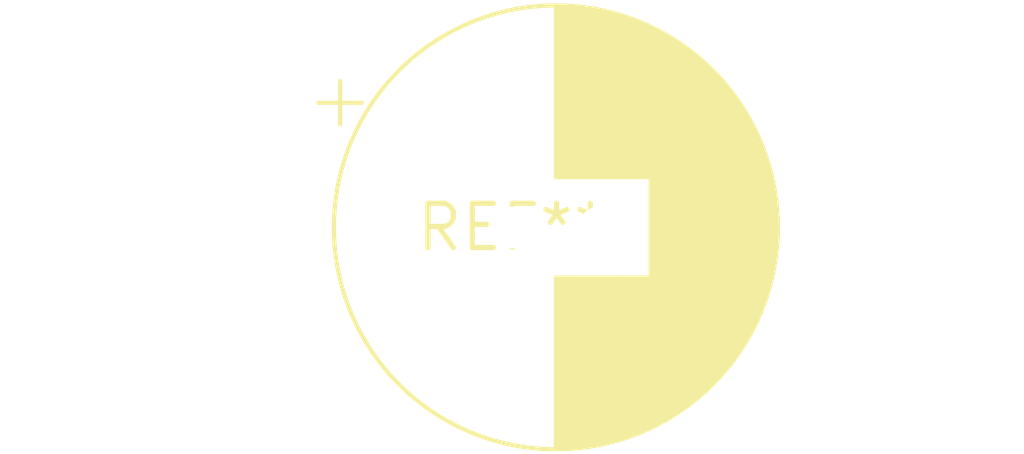
<source format=kicad_pcb>
(kicad_pcb (version 20240108) (generator pcbnew)
  (layers (0 "F.Cu" signal) (31 "B.Cu" signal) (34 "B.Paste" user) (35 "F.Paste" user) (36 "B.SilkS" user "B.Silkscreen") (37 "F.SilkS" user "F.Silkscreen") (38 "B.Mask" user) (39 "F.Mask" user) (44 "Edge.Cuts" user))
  (net 0 "")
  (footprint "CP_Radial_D12.5mm_P2.50mm" (layer "F.Cu") (at 0 0)
    (property "Reference" "REF**")
    (property "Value" "CP_Radial_D12.5mm_P2.50mm")
    (fp_line (start -5.567082 -3.575) (end -4.317082 -3.575) (layer "F.SilkS") (stroke (width 0.12)))
    (fp_line (start -4.942082 -4.2) (end -4.942082 -2.95) (layer "F.SilkS") (stroke (width 0.12)))
    (fp_line (start 1.25 -6.33) (end 1.25 -1.44) (layer "F.SilkS") (stroke (width 0.12)))
    (fp_line (start 1.25 1.44) (end 1.25 6.33) (layer "F.SilkS") (stroke (width 0.12)))
    (fp_line (start 1.29 -6.33) (end 1.29 -1.44) (layer "F.SilkS") (stroke (width 0.12)))
    (fp_line (start 1.29 1.44) (end 1.29 6.33) (layer "F.SilkS") (stroke (width 0.12)))
    (fp_line (start 1.33 -6.33) (end 1.33 -1.44) (layer "F.SilkS") (stroke (width 0.12)))
    (fp_line (start 1.33 1.44) (end 1.33 6.33) (layer "F.SilkS") (stroke (width 0.12)))
    (fp_line (start 1.37 -6.329) (end 1.37 -1.44) (layer "F.SilkS") (stroke (width 0.12)))
    (fp_line (start 1.37 1.44) (end 1.37 6.329) (layer "F.SilkS") (stroke (width 0.12)))
    (fp_line (start 1.41 -6.328) (end 1.41 -1.44) (layer "F.SilkS") (stroke (width 0.12)))
    (fp_line (start 1.41 1.44) (end 1.41 6.328) (layer "F.SilkS") (stroke (width 0.12)))
    (fp_line (start 1.45 -6.327) (end 1.45 -1.44) (layer "F.SilkS") (stroke (width 0.12)))
    (fp_line (start 1.45 1.44) (end 1.45 6.327) (layer "F.SilkS") (stroke (width 0.12)))
    (fp_line (start 1.49 -6.326) (end 1.49 -1.44) (layer "F.SilkS") (stroke (width 0.12)))
    (fp_line (start 1.49 1.44) (end 1.49 6.326) (layer "F.SilkS") (stroke (width 0.12)))
    (fp_line (start 1.53 -6.324) (end 1.53 -1.44) (layer "F.SilkS") (stroke (width 0.12)))
    (fp_line (start 1.53 1.44) (end 1.53 6.324) (layer "F.SilkS") (stroke (width 0.12)))
    (fp_line (start 1.57 -6.322) (end 1.57 -1.44) (layer "F.SilkS") (stroke (width 0.12)))
    (fp_line (start 1.57 1.44) (end 1.57 6.322) (layer "F.SilkS") (stroke (width 0.12)))
    (fp_line (start 1.61 -6.32) (end 1.61 -1.44) (layer "F.SilkS") (stroke (width 0.12)))
    (fp_line (start 1.61 1.44) (end 1.61 6.32) (layer "F.SilkS") (stroke (width 0.12)))
    (fp_line (start 1.65 -6.318) (end 1.65 -1.44) (layer "F.SilkS") (stroke (width 0.12)))
    (fp_line (start 1.65 1.44) (end 1.65 6.318) (layer "F.SilkS") (stroke (width 0.12)))
    (fp_line (start 1.69 -6.315) (end 1.69 -1.44) (layer "F.SilkS") (stroke (width 0.12)))
    (fp_line (start 1.69 1.44) (end 1.69 6.315) (layer "F.SilkS") (stroke (width 0.12)))
    (fp_line (start 1.73 -6.312) (end 1.73 -1.44) (layer "F.SilkS") (stroke (width 0.12)))
    (fp_line (start 1.73 1.44) (end 1.73 6.312) (layer "F.SilkS") (stroke (width 0.12)))
    (fp_line (start 1.77 -6.309) (end 1.77 -1.44) (layer "F.SilkS") (stroke (width 0.12)))
    (fp_line (start 1.77 1.44) (end 1.77 6.309) (layer "F.SilkS") (stroke (width 0.12)))
    (fp_line (start 1.81 -6.306) (end 1.81 -1.44) (layer "F.SilkS") (stroke (width 0.12)))
    (fp_line (start 1.81 1.44) (end 1.81 6.306) (layer "F.SilkS") (stroke (width 0.12)))
    (fp_line (start 1.85 -6.302) (end 1.85 -1.44) (layer "F.SilkS") (stroke (width 0.12)))
    (fp_line (start 1.85 1.44) (end 1.85 6.302) (layer "F.SilkS") (stroke (width 0.12)))
    (fp_line (start 1.89 -6.298) (end 1.89 -1.44) (layer "F.SilkS") (stroke (width 0.12)))
    (fp_line (start 1.89 1.44) (end 1.89 6.298) (layer "F.SilkS") (stroke (width 0.12)))
    (fp_line (start 1.93 -6.294) (end 1.93 -1.44) (layer "F.SilkS") (stroke (width 0.12)))
    (fp_line (start 1.93 1.44) (end 1.93 6.294) (layer "F.SilkS") (stroke (width 0.12)))
    (fp_line (start 1.971 -6.29) (end 1.971 -1.44) (layer "F.SilkS") (stroke (width 0.12)))
    (fp_line (start 1.971 1.44) (end 1.971 6.29) (layer "F.SilkS") (stroke (width 0.12)))
    (fp_line (start 2.011 -6.285) (end 2.011 -1.44) (layer "F.SilkS") (stroke (width 0.12)))
    (fp_line (start 2.011 1.44) (end 2.011 6.285) (layer "F.SilkS") (stroke (width 0.12)))
    (fp_line (start 2.051 -6.28) (end 2.051 -1.44) (layer "F.SilkS") (stroke (width 0.12)))
    (fp_line (start 2.051 1.44) (end 2.051 6.28) (layer "F.SilkS") (stroke (width 0.12)))
    (fp_line (start 2.091 -6.275) (end 2.091 -1.44) (layer "F.SilkS") (stroke (width 0.12)))
    (fp_line (start 2.091 1.44) (end 2.091 6.275) (layer "F.SilkS") (stroke (width 0.12)))
    (fp_line (start 2.131 -6.269) (end 2.131 -1.44) (layer "F.SilkS") (stroke (width 0.12)))
    (fp_line (start 2.131 1.44) (end 2.131 6.269) (layer "F.SilkS") (stroke (width 0.12)))
    (fp_line (start 2.171 -6.264) (end 2.171 -1.44) (layer "F.SilkS") (stroke (width 0.12)))
    (fp_line (start 2.171 1.44) (end 2.171 6.264) (layer "F.SilkS") (stroke (width 0.12)))
    (fp_line (start 2.211 -6.258) (end 2.211 -1.44) (layer "F.SilkS") (stroke (width 0.12)))
    (fp_line (start 2.211 1.44) (end 2.211 6.258) (layer "F.SilkS") (stroke (width 0.12)))
    (fp_line (start 2.251 -6.252) (end 2.251 -1.44) (layer "F.SilkS") (stroke (width 0.12)))
    (fp_line (start 2.251 1.44) (end 2.251 6.252) (layer "F.SilkS") (stroke (width 0.12)))
    (fp_line (start 2.291 -6.245) (end 2.291 -1.44) (layer "F.SilkS") (stroke (width 0.12)))
    (fp_line (start 2.291 1.44) (end 2.291 6.245) (layer "F.SilkS") (stroke (width 0.12)))
    (fp_line (start 2.331 -6.238) (end 2.331 -1.44) (layer "F.SilkS") (stroke (width 0.12)))
    (fp_line (start 2.331 1.44) (end 2.331 6.238) (layer "F.SilkS") (stroke (width 0.12)))
    (fp_line (start 2.371 -6.231) (end 2.371 -1.44) (layer "F.SilkS") (stroke (width 0.12)))
    (fp_line (start 2.371 1.44) (end 2.371 6.231) (layer "F.SilkS") (stroke (width 0.12)))
    (fp_line (start 2.411 -6.224) (end 2.411 -1.44) (layer "F.SilkS") (stroke (width 0.12)))
    (fp_line (start 2.411 1.44) (end 2.411 6.224) (layer "F.SilkS") (stroke (width 0.12)))
    (fp_line (start 2.451 -6.216) (end 2.451 -1.44) (layer "F.SilkS") (stroke (width 0.12)))
    (fp_line (start 2.451 1.44) (end 2.451 6.216) (layer "F.SilkS") (stroke (width 0.12)))
    (fp_line (start 2.491 -6.209) (end 2.491 -1.44) (layer "F.SilkS") (stroke (width 0.12)))
    (fp_line (start 2.491 1.44) (end 2.491 6.209) (layer "F.SilkS") (stroke (width 0.12)))
    (fp_line (start 2.531 -6.201) (end 2.531 -1.44) (layer "F.SilkS") (stroke (width 0.12)))
    (fp_line (start 2.531 1.44) (end 2.531 6.201) (layer "F.SilkS") (stroke (width 0.12)))
    (fp_line (start 2.571 -6.192) (end 2.571 -1.44) (layer "F.SilkS") (stroke (width 0.12)))
    (fp_line (start 2.571 1.44) (end 2.571 6.192) (layer "F.SilkS") (stroke (width 0.12)))
    (fp_line (start 2.611 -6.184) (end 2.611 -1.44) (layer "F.SilkS") (stroke (width 0.12)))
    (fp_line (start 2.611 1.44) (end 2.611 6.184) (layer "F.SilkS") (stroke (width 0.12)))
    (fp_line (start 2.651 -6.175) (end 2.651 -1.44) (layer "F.SilkS") (stroke (width 0.12)))
    (fp_line (start 2.651 1.44) (end 2.651 6.175) (layer "F.SilkS") (stroke (width 0.12)))
    (fp_line (start 2.691 -6.166) (end 2.691 -1.44) (layer "F.SilkS") (stroke (width 0.12)))
    (fp_line (start 2.691 1.44) (end 2.691 6.166) (layer "F.SilkS") (stroke (width 0.12)))
    (fp_line (start 2.731 -6.156) (end 2.731 -1.44) (layer "F.SilkS") (stroke (width 0.12)))
    (fp_line (start 2.731 1.44) (end 2.731 6.156) (layer "F.SilkS") (stroke (width 0.12)))
    (fp_line (start 2.771 -6.146) (end 2.771 -1.44) (layer "F.SilkS") (stroke (width 0.12)))
    (fp_line (start 2.771 1.44) (end 2.771 6.146) (layer "F.SilkS") (stroke (width 0.12)))
    (fp_line (start 2.811 -6.137) (end 2.811 -1.44) (layer "F.SilkS") (stroke (width 0.12)))
    (fp_line (start 2.811 1.44) (end 2.811 6.137) (layer "F.SilkS") (stroke (width 0.12)))
    (fp_line (start 2.851 -6.126) (end 2.851 -1.44) (layer "F.SilkS") (stroke (width 0.12)))
    (fp_line (start 2.851 1.44) (end 2.851 6.126) (layer "F.SilkS") (stroke (width 0.12)))
    (fp_line (start 2.891 -6.116) (end 2.891 -1.44) (layer "F.SilkS") (stroke (width 0.12)))
    (fp_line (start 2.891 1.44) (end 2.891 6.116) (layer "F.SilkS") (stroke (width 0.12)))
    (fp_line (start 2.931 -6.105) (end 2.931 -1.44) (layer "F.SilkS") (stroke (width 0.12)))
    (fp_line (start 2.931 1.44) (end 2.931 6.105) (layer "F.SilkS") (stroke (width 0.12)))
    (fp_line (start 2.971 -6.094) (end 2.971 -1.44) (layer "F.SilkS") (stroke (width 0.12)))
    (fp_line (start 2.971 1.44) (end 2.971 6.094) (layer "F.SilkS") (stroke (width 0.12)))
    (fp_line (start 3.011 -6.083) (end 3.011 -1.44) (layer "F.SilkS") (stroke (width 0.12)))
    (fp_line (start 3.011 1.44) (end 3.011 6.083) (layer "F.SilkS") (stroke (width 0.12)))
    (fp_line (start 3.051 -6.071) (end 3.051 -1.44) (layer "F.SilkS") (stroke (width 0.12)))
    (fp_line (start 3.051 1.44) (end 3.051 6.071) (layer "F.SilkS") (stroke (width 0.12)))
    (fp_line (start 3.091 -6.059) (end 3.091 -1.44) (layer "F.SilkS") (stroke (width 0.12)))
    (fp_line (start 3.091 1.44) (end 3.091 6.059) (layer "F.SilkS") (stroke (width 0.12)))
    (fp_line (start 3.131 -6.047) (end 3.131 -1.44) (layer "F.SilkS") (stroke (width 0.12)))
    (fp_line (start 3.131 1.44) (end 3.131 6.047) (layer "F.SilkS") (stroke (width 0.12)))
    (fp_line (start 3.171 -6.034) (end 3.171 -1.44) (layer "F.SilkS") (stroke (width 0.12)))
    (fp_line (start 3.171 1.44) (end 3.171 6.034) (layer "F.SilkS") (stroke (width 0.12)))
    (fp_line (start 3.211 -6.021) (end 3.211 -1.44) (layer "F.SilkS") (stroke (width 0.12)))
    (fp_line (start 3.211 1.44) (end 3.211 6.021) (layer "F.SilkS") (stroke (width 0.12)))
    (fp_line (start 3.251 -6.008) (end 3.251 -1.44) (layer "F.SilkS") (stroke (width 0.12)))
    (fp_line (start 3.251 1.44) (end 3.251 6.008) (layer "F.SilkS") (stroke (width 0.12)))
    (fp_line (start 3.291 -5.995) (end 3.291 -1.44) (layer "F.SilkS") (stroke (width 0.12)))
    (fp_line (start 3.291 1.44) (end 3.291 5.995) (layer "F.SilkS") (stroke (width 0.12)))
    (fp_line (start 3.331 -5.981) (end 3.331 -1.44) (layer "F.SilkS") (stroke (width 0.12)))
    (fp_line (start 3.331 1.44) (end 3.331 5.981) (layer "F.SilkS") (stroke (width 0.12)))
    (fp_line (start 3.371 -5.967) (end 3.371 -1.44) (layer "F.SilkS") (stroke (width 0.12)))
    (fp_line (start 3.371 1.44) (end 3.371 5.967) (layer "F.SilkS") (stroke (width 0.12)))
    (fp_line (start 3.411 -5.953) (end 3.411 -1.44) (layer "F.SilkS") (stroke (width 0.12)))
    (fp_line (start 3.411 1.44) (end 3.411 5.953) (layer "F.SilkS") (stroke (width 0.12)))
    (fp_line (start 3.451 -5.939) (end 3.451 -1.44) (layer "F.SilkS") (stroke (width 0.12)))
    (fp_line (start 3.451 1.44) (end 3.451 5.939) (layer "F.SilkS") (stroke (width 0.12)))
    (fp_line (start 3.491 -5.924) (end 3.491 -1.44) (layer "F.SilkS") (stroke (width 0.12)))
    (fp_line (start 3.491 1.44) (end 3.491 5.924) (layer "F.SilkS") (stroke (width 0.12)))
    (fp_line (start 3.531 -5.908) (end 3.531 -1.44) (layer "F.SilkS") (stroke (width 0.12)))
    (fp_line (start 3.531 1.44) (end 3.531 5.908) (layer "F.SilkS") (stroke (width 0.12)))
    (fp_line (start 3.571 -5.893) (end 3.571 -1.44) (layer "F.SilkS") (stroke (width 0.12)))
    (fp_line (start 3.571 1.44) (end 3.571 5.893) (layer "F.SilkS") (stroke (width 0.12)))
    (fp_line (start 3.611 -5.877) (end 3.611 -1.44) (layer "F.SilkS") (stroke (width 0.12)))
    (fp_line (start 3.611 1.44) (end 3.611 5.877) (layer "F.SilkS") (stroke (width 0.12)))
    (fp_line (start 3.651 -5.861) (end 3.651 -1.44) (layer "F.SilkS") (stroke (width 0.12)))
    (fp_line (start 3.651 1.44) (end 3.651 5.861) (layer "F.SilkS") (stroke (width 0.12)))
    (fp_line (start 3.691 -5.845) (end 3.691 -1.44) (layer "F.SilkS") (stroke (width 0.12)))
    (fp_line (start 3.691 1.44) (end 3.691 5.845) (layer "F.SilkS") (stroke (width 0.12)))
    (fp_line (start 3.731 -5.828) (end 3.731 -1.44) (layer "F.SilkS") (stroke (width 0.12)))
    (fp_line (start 3.731 1.44) (end 3.731 5.828) (layer "F.SilkS") (stroke (width 0.12)))
    (fp_line (start 3.771 -5.811) (end 3.771 -1.44) (layer "F.SilkS") (stroke (width 0.12)))
    (fp_line (start 3.771 1.44) (end 3.771 5.811) (layer "F.SilkS") (stroke (width 0.12)))
    (fp_line (start 3.811 -5.793) (end 3.811 -1.44) (layer "F.SilkS") (stroke (width 0.12)))
    (fp_line (start 3.811 1.44) (end 3.811 5.793) (layer "F.SilkS") (stroke (width 0.12)))
    (fp_line (start 3.851 -5.776) (end 3.851 -1.44) (layer "F.SilkS") (stroke (width 0.12)))
    (fp_line (start 3.851 1.44) (end 3.851 5.776) (layer "F.SilkS") (stroke (width 0.12)))
    (fp_line (start 3.891 -5.758) (end 3.891 -1.44) (layer "F.SilkS") (stroke (width 0.12)))
    (fp_line (start 3.891 1.44) (end 3.891 5.758) (layer "F.SilkS") (stroke (width 0.12)))
    (fp_line (start 3.931 -5.739) (end 3.931 -1.44) (layer "F.SilkS") (stroke (width 0.12)))
    (fp_line (start 3.931 1.44) (end 3.931 5.739) (layer "F.SilkS") (stroke (width 0.12)))
    (fp_line (start 3.971 -5.721) (end 3.971 5.721) (layer "F.SilkS") (stroke (width 0.12)))
    (fp_line (start 4.011 -5.702) (end 4.011 5.702) (layer "F.SilkS") (stroke (width 0.12)))
    (fp_line (start 4.051 -5.682) (end 4.051 5.682) (layer "F.SilkS") (stroke (width 0.12)))
    (fp_line (start 4.091 -5.662) (end 4.091 5.662) (layer "F.SilkS") (stroke (width 0.12)))
    (fp_line (start 4.131 -5.642) (end 4.131 5.642) (layer "F.SilkS") (stroke (width 0.12)))
    (fp_line (start 4.171 -5.622) (end 4.171 5.622) (layer "F.SilkS") (stroke (width 0.12)))
    (fp_line (start 4.211 -5.601) (end 4.211 5.601) (layer "F.SilkS") (stroke (width 0.12)))
    (fp_line (start 4.251 -5.58) (end 4.251 5.58) (layer "F.SilkS") (stroke (width 0.12)))
    (fp_line (start 4.291 -5.558) (end 4.291 5.558) (layer "F.SilkS") (stroke (width 0.12)))
    (fp_line (start 4.331 -5.536) (end 4.331 5.536) (layer "F.SilkS") (stroke (width 0.12)))
    (fp_line (start 4.371 -5.514) (end 4.371 5.514) (layer "F.SilkS") (stroke (width 0.12)))
    (fp_line (start 4.411 -5.491) (end 4.411 5.491) (layer "F.SilkS") (stroke (width 0.12)))
    (fp_line (start 4.451 -5.468) (end 4.451 5.468) (layer "F.SilkS") (stroke (width 0.12)))
    (fp_line (start 4.491 -5.445) (end 4.491 5.445) (layer "F.SilkS") (stroke (width 0.12)))
    (fp_line (start 4.531 -5.421) (end 4.531 5.421) (layer "F.SilkS") (stroke (width 0.12)))
    (fp_line (start 4.571 -5.397) (end 4.571 5.397) (layer "F.SilkS") (stroke (width 0.12)))
    (fp_line (start 4.611 -5.372) (end 4.611 5.372) (layer "F.SilkS") (stroke (width 0.12)))
    (fp_line (start 4.651 -5.347) (end 4.651 5.347) (layer "F.SilkS") (stroke (width 0.12)))
    (fp_line (start 4.691 -5.322) (end 4.691 5.322) (layer "F.SilkS") (stroke (width 0.12)))
    (fp_line (start 4.731 -5.296) (end 4.731 5.296) (layer "F.SilkS") (stroke (width 0.12)))
    (fp_line (start 4.771 -5.27) (end 4.771 5.27) (layer "F.SilkS") (stroke (width 0.12)))
    (fp_line (start 4.811 -5.243) (end 4.811 5.243) (layer "F.SilkS") (stroke (width 0.12)))
    (fp_line (start 4.851 -5.216) (end 4.851 5.216) (layer "F.SilkS") (stroke (width 0.12)))
    (fp_line (start 4.891 -5.188) (end 4.891 5.188) (layer "F.SilkS") (stroke (width 0.12)))
    (fp_line (start 4.931 -5.16) (end 4.931 5.16) (layer "F.SilkS") (stroke (width 0.12)))
    (fp_line (start 4.971 -5.131) (end 4.971 5.131) (layer "F.SilkS") (stroke (width 0.12)))
    (fp_line (start 5.011 -5.102) (end 5.011 5.102) (layer "F.SilkS") (stroke (width 0.12)))
    (fp_line (start 5.051 -5.073) (end 5.051 5.073) (layer "F.SilkS") (stroke (width 0.12)))
    (fp_line (start 5.091 -5.043) (end 5.091 5.043) (layer "F.SilkS") (stroke (width 0.12)))
    (fp_line (start 5.131 -5.012) (end 5.131 5.012) (layer "F.SilkS") (stroke (width 0.12)))
    (fp_line (start 5.171 -4.982) (end 5.171 4.982) (layer "F.SilkS") (stroke (width 0.12)))
    (fp_line (start 5.211 -4.95) (end 5.211 4.95) (layer "F.SilkS") (stroke (width 0.12)))
    (fp_line (start 5.251 -4.918) (end 5.251 4.918) (layer "F.SilkS") (stroke (width 0.12)))
    (fp_line (start 5.291 -4.885) (end 5.291 4.885) (layer "F.SilkS") (stroke (width 0.12)))
    (fp_line (start 5.331 -4.852) (end 5.331 4.852) (layer "F.SilkS") (stroke (width 0.12)))
    (fp_line (start 5.371 -4.819) (end 5.371 4.819) (layer "F.SilkS") (stroke (width 0.12)))
    (fp_line (start 5.411 -4.785) (end 5.411 4.785) (layer "F.SilkS") (stroke (width 0.12)))
    (fp_line (start 5.451 -4.75) (end 5.451 4.75) (layer "F.SilkS") (stroke (width 0.12)))
    (fp_line (start 5.491 -4.714) (end 5.491 4.714) (layer "F.SilkS") (stroke (width 0.12)))
    (fp_line (start 5.531 -4.678) (end 5.531 4.678) (layer "F.SilkS") (stroke (width 0.12)))
    (fp_line (start 5.571 -4.642) (end 5.571 4.642) (layer "F.SilkS") (stroke (width 0.12)))
    (fp_line (start 5.611 -4.605) (end 5.611 4.605) (layer "F.SilkS") (stroke (width 0.12)))
    (fp_line (start 5.651 -4.567) (end 5.651 4.567) (layer "F.SilkS") (stroke (width 0.12)))
    (fp_line (start 5.691 -4.528) (end 5.691 4.528) (layer "F.SilkS") (stroke (width 0.12)))
    (fp_line (start 5.731 -4.489) (end 5.731 4.489) (layer "F.SilkS") (stroke (width 0.12)))
    (fp_line (start 5.771 -4.449) (end 5.771 4.449) (layer "F.SilkS") (stroke (width 0.12)))
    (fp_line (start 5.811 -4.408) (end 5.811 4.408) (layer "F.SilkS") (stroke (width 0.12)))
    (fp_line (start 5.851 -4.367) (end 5.851 4.367) (layer "F.SilkS") (stroke (width 0.12)))
    (fp_line (start 5.891 -4.325) (end 5.891 4.325) (layer "F.SilkS") (stroke (width 0.12)))
    (fp_line (start 5.931 -4.282) (end 5.931 4.282) (layer "F.SilkS") (stroke (width 0.12)))
    (fp_line (start 5.971 -4.238) (end 5.971 4.238) (layer "F.SilkS") (stroke (width 0.12)))
    (fp_line (start 6.011 -4.194) (end 6.011 4.194) (layer "F.SilkS") (stroke (width 0.12)))
    (fp_line (start 6.051 -4.148) (end 6.051 4.148) (layer "F.SilkS") (stroke (width 0.12)))
    (fp_line (start 6.091 -4.102) (end 6.091 4.102) (layer "F.SilkS") (stroke (width 0.12)))
    (fp_line (start 6.131 -4.055) (end 6.131 4.055) (layer "F.SilkS") (stroke (width 0.12)))
    (fp_line (start 6.171 -4.007) (end 6.171 4.007) (layer "F.SilkS") (stroke (width 0.12)))
    (fp_line (start 6.211 -3.957) (end 6.211 3.957) (layer "F.SilkS") (stroke (width 0.12)))
    (fp_line (start 6.251 -3.907) (end 6.251 3.907) (layer "F.SilkS") (stroke (width 0.12)))
    (fp_line (start 6.291 -3.856) (end 6.291 3.856) (layer "F.SilkS") (stroke (width 0.12)))
    (fp_line (start 6.331 -3.804) (end 6.331 3.804) (layer "F.SilkS") (stroke (width 0.12)))
    (fp_line (start 6.371 -3.75) (end 6.371 3.75) (layer "F.SilkS") (stroke (width 0.12)))
    (fp_line (start 6.411 -3.696) (end 6.411 3.696) (layer "F.SilkS") (stroke (width 0.12)))
    (fp_line (start 6.451 -3.64) (end 6.451 3.64) (layer "F.SilkS") (stroke (width 0.12)))
    (fp_line (start 6.491 -3.583) (end 6.491 3.583) (layer "F.SilkS") (stroke (width 0.12)))
    (fp_line (start 6.531 -3.524) (end 6.531 3.524) (layer "F.SilkS") (stroke (width 0.12)))
    (fp_line (start 6.571 -3.464) (end 6.571 3.464) (layer "F.SilkS") (stroke (width 0.12)))
    (fp_line (start 6.611 -3.402) (end 6.611 3.402) (layer "F.SilkS") (stroke (width 0.12)))
    (fp_line (start 6.651 -3.339) (end 6.651 3.339) (layer "F.SilkS") (stroke (width 0.12)))
    (fp_line (start 6.691 -3.275) (end 6.691 3.275) (layer "F.SilkS") (stroke (width 0.12)))
    (fp_line (start 6.731 -3.208) (end 6.731 3.208) (layer "F.SilkS") (stroke (width 0.12)))
    (fp_line (start 6.771 -3.14) (end 6.771 3.14) (layer "F.SilkS") (stroke (width 0.12)))
    (fp_line (start 6.811 -3.069) (end 6.811 3.069) (layer "F.SilkS") (stroke (width 0.12)))
    (fp_line (start 6.851 -2.996) (end 6.851 2.996) (layer "F.SilkS") (stroke (width 0.12)))
    (fp_line (start 6.891 -2.921) (end 6.891 2.921) (layer "F.SilkS") (stroke (width 0.12)))
    (fp_line (start 6.931 -2.844) (end 6.931 2.844) (layer "F.SilkS") (stroke (width 0.12)))
    (fp_line (start 6.971 -2.764) (end 6.971 2.764) (layer "F.SilkS") (stroke (width 0.12)))
    (fp_line (start 7.011 -2.681) (end 7.011 2.681) (layer "F.SilkS") (stroke (width 0.12)))
    (fp_line (start 7.051 -2.594) (end 7.051 2.594) (layer "F.SilkS") (stroke (width 0.12)))
    (fp_line (start 7.091 -2.504) (end 7.091 2.504) (layer "F.SilkS") (stroke (width 0.12)))
    (fp_line (start 7.131 -2.41) (end 7.131 2.41) (layer "F.SilkS") (stroke (width 0.12)))
    (fp_line (start 7.171 -2.312) (end 7.171 2.312) (layer "F.SilkS") (stroke (width 0.12)))
    (fp_line (start 7.211 -2.209) (end 7.211 2.209) (layer "F.SilkS") (stroke (width 0.12)))
    (fp_line (start 7.251 -2.1) (end 7.251 2.1) (layer "F.SilkS") (stroke (width 0.12)))
    (fp_line (start 7.291 -1.984) (end 7.291 1.984) (layer "F.SilkS") (stroke (width 0.12)))
    (fp_line (start 7.331 -1.861) (end 7.331 1.861) (layer "F.SilkS") (stroke (width 0.12)))
    (fp_line (start 7.371 -1.728) (end 7.371 1.728) (layer "F.SilkS") (stroke (width 0.12)))
    (fp_line (start 7.411 -1.583) (end 7.411 1.583) (layer "F.SilkS") (stroke (width 0.12)))
    (fp_line (start 7.451 -1.422) (end 7.451 1.422) (layer "F.SilkS") (stroke (width 0.12)))
    (fp_line (start 7.491 -1.241) (end 7.491 1.241) (layer "F.SilkS") (stroke (width 0.12)))
    (fp_line (start 7.531 -1.028) (end 7.531 1.028) (layer "F.SilkS") (stroke (width 0.12)))
    (fp_line (start 7.571 -0.757) (end 7.571 0.757) (layer "F.SilkS") (stroke (width 0.12)))
    (fp_line (start 7.611 -0.317) (end 7.611 0.317) (layer "F.SilkS") (stroke (width 0.12)))
    (fp_circle (center 1.25 0) (end 7.62 0) (layer "F.SilkS") (stroke (width 0.12)) (fill none))
    (pad "1" thru_hole rect (at 0 0) (size 2.4 2.4) (drill 1.2) (layers *.Cu *.Mask) (remove_unused_layers))
    (pad "2" thru_hole circle (at 2.5 0) (size 2.4 2.4) (drill 1.2) (layers *.Cu *.Mask) (remove_unused_layers))
  )
)
</source>
